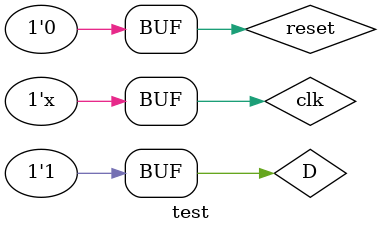
<source format=v>
`timescale 1ns / 1ps


module test;

	// Inputs
	reg clk;
	reg reset;
	reg D;

	// Outputs
	wire O3;
	wire O2;
	wire O1;
	wire O0;

	// Instantiate the Unit Under Test (UUT)
	ShiftRegiter uut (
		.clk(clk), 
		.reset(reset), 
		.D(D), 
		.O3(O3), 
		.O2(O2), 
		.O1(O1), 
		.O0(O0)
	);

initial begin
		clk = 0;
		reset = 1;
		D = 1;
		#100;
		reset = 0;
		#100; 
		D = 1;
		#100;
		D = 1;
		#100;
		D = 1;
		#100;
		reset = 1;
		#100;
		reset = 0;
		D = 1;
		#100;
		D = 1;
		#100;

	end 
always begin 
#50; 
clk = ~clk; end
endmodule


</source>
